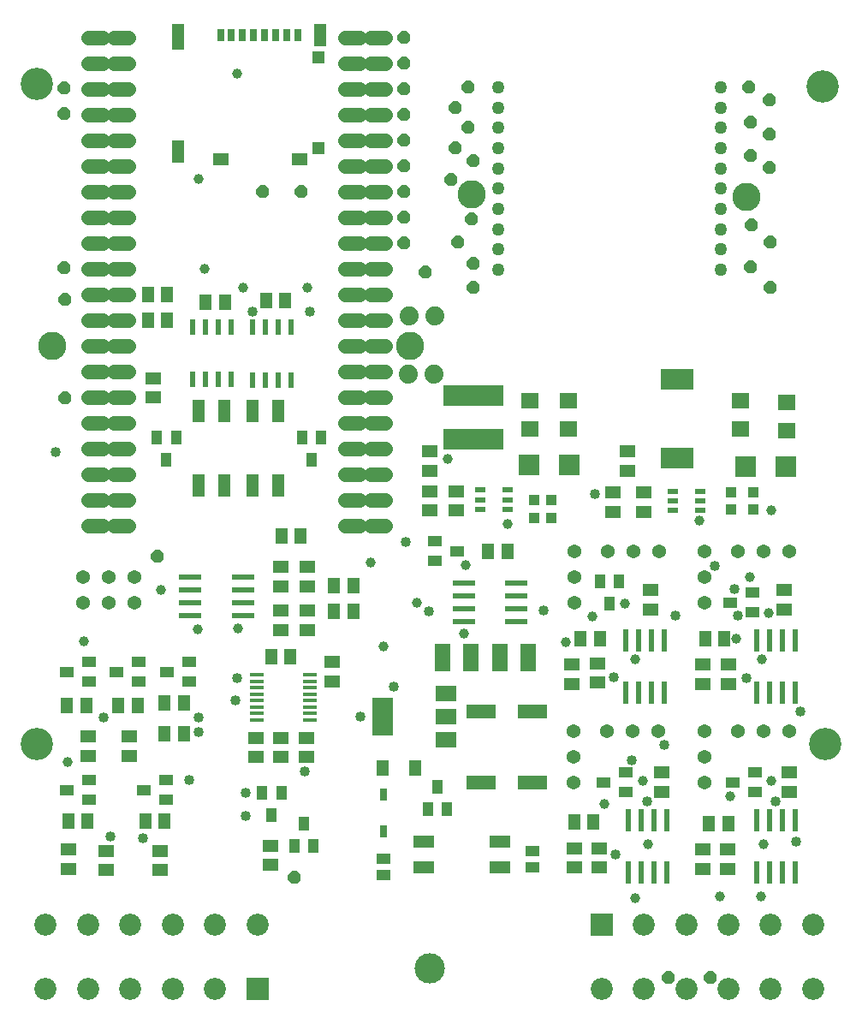
<source format=gts>
G75*
%MOIN*%
%OFA0B0*%
%FSLAX25Y25*%
%IPPOS*%
%LPD*%
%AMOC8*
5,1,8,0,0,1.08239X$1,22.5*
%
%ADD10C,0.11024*%
%ADD11C,0.12598*%
%ADD12C,0.11811*%
%ADD13C,0.08600*%
%ADD14R,0.08600X0.08600*%
%ADD15C,0.05000*%
%ADD16R,0.02362X0.08661*%
%ADD17R,0.02362X0.06299*%
%ADD18R,0.08661X0.02362*%
%ADD19R,0.03150X0.04882*%
%ADD20R,0.04528X0.09843*%
%ADD21R,0.04528X0.08661*%
%ADD22R,0.04567X0.04921*%
%ADD23R,0.04567X0.04724*%
%ADD24R,0.05906X0.04528*%
%ADD25R,0.05118X0.05906*%
%ADD26C,0.05400*%
%ADD27R,0.05512X0.03937*%
%ADD28R,0.05906X0.05118*%
%ADD29C,0.07400*%
%ADD30R,0.03937X0.05512*%
%ADD31OC8,0.05000*%
%ADD32R,0.05300X0.01700*%
%ADD33R,0.04600X0.01300*%
%ADD34R,0.03937X0.02362*%
%ADD35R,0.07874X0.07874*%
%ADD36R,0.23622X0.07874*%
%ADD37R,0.12600X0.07900*%
%ADD38R,0.04331X0.03937*%
%ADD39R,0.03937X0.04331*%
%ADD40R,0.07087X0.06299*%
%ADD41R,0.04700X0.08700*%
%ADD42R,0.07874X0.05906*%
%ADD43R,0.07874X0.14961*%
%ADD44R,0.05000X0.06400*%
%ADD45R,0.07874X0.04724*%
%ADD46R,0.05200X0.04250*%
%ADD47R,0.11811X0.05512*%
%ADD48R,0.06299X0.10630*%
%ADD49C,0.05600*%
%ADD50R,0.02756X0.04724*%
%ADD51C,0.03962*%
%ADD52C,0.04000*%
D10*
X0108934Y0318834D03*
X0248334Y0318834D03*
X0272334Y0377834D03*
X0379334Y0376834D03*
D11*
X0408834Y0419834D03*
X0409834Y0163834D03*
X0102834Y0163834D03*
X0102834Y0420834D03*
D12*
X0255834Y0076197D03*
D13*
X0106307Y0068480D03*
X0122803Y0068480D03*
X0139299Y0068480D03*
X0155795Y0068480D03*
X0172291Y0068480D03*
X0172291Y0093480D03*
X0188787Y0093480D03*
X0155795Y0093480D03*
X0139299Y0093480D03*
X0122803Y0093480D03*
X0106307Y0093480D03*
X0322842Y0068480D03*
X0339299Y0068480D03*
X0355756Y0068480D03*
X0372212Y0068480D03*
X0388669Y0068480D03*
X0405126Y0068480D03*
X0405126Y0093480D03*
X0388669Y0093480D03*
X0372212Y0093480D03*
X0355756Y0093480D03*
X0339299Y0093480D03*
D14*
X0322842Y0093480D03*
X0188787Y0068480D03*
D15*
X0282685Y0348401D03*
X0282685Y0356275D03*
X0282685Y0364149D03*
X0282685Y0372023D03*
X0282685Y0379897D03*
X0282685Y0387771D03*
X0282685Y0395645D03*
X0282685Y0403519D03*
X0282685Y0411393D03*
X0282685Y0419267D03*
X0369299Y0419267D03*
X0369299Y0411393D03*
X0369299Y0403519D03*
X0369299Y0395645D03*
X0369299Y0387771D03*
X0369299Y0379897D03*
X0369299Y0372023D03*
X0369299Y0364149D03*
X0369299Y0356275D03*
X0369299Y0348401D03*
D16*
X0383334Y0204071D03*
X0388334Y0204071D03*
X0393334Y0204071D03*
X0398334Y0204071D03*
X0398334Y0183598D03*
X0393334Y0183598D03*
X0388334Y0183598D03*
X0383334Y0183598D03*
X0347334Y0183598D03*
X0342334Y0183598D03*
X0337334Y0183598D03*
X0332334Y0183598D03*
X0332334Y0204071D03*
X0337334Y0204071D03*
X0342334Y0204071D03*
X0347334Y0204071D03*
X0348334Y0134071D03*
X0343334Y0134071D03*
X0338334Y0134071D03*
X0333334Y0134071D03*
X0333334Y0113598D03*
X0338334Y0113598D03*
X0343334Y0113598D03*
X0348334Y0113598D03*
X0383334Y0113598D03*
X0388334Y0113598D03*
X0393334Y0113598D03*
X0398334Y0113598D03*
X0398334Y0134071D03*
X0393334Y0134071D03*
X0388334Y0134071D03*
X0383334Y0134071D03*
D17*
X0201752Y0305413D03*
X0196752Y0305413D03*
X0191752Y0305413D03*
X0186752Y0305413D03*
X0178602Y0305689D03*
X0173602Y0305689D03*
X0168602Y0305689D03*
X0163602Y0305689D03*
X0163602Y0326161D03*
X0168602Y0326161D03*
X0173602Y0326161D03*
X0178602Y0326161D03*
X0186752Y0325885D03*
X0191752Y0325885D03*
X0196752Y0325885D03*
X0201752Y0325885D03*
D18*
X0183071Y0228834D03*
X0183071Y0223834D03*
X0183071Y0218834D03*
X0183071Y0213834D03*
X0162598Y0213834D03*
X0162598Y0218834D03*
X0162598Y0223834D03*
X0162598Y0228834D03*
X0269098Y0226334D03*
X0269098Y0221334D03*
X0269098Y0216334D03*
X0269098Y0211334D03*
X0289571Y0211334D03*
X0289571Y0216334D03*
X0289571Y0221334D03*
X0289571Y0226334D03*
D19*
X0204693Y0439535D03*
X0200362Y0439535D03*
X0196031Y0439535D03*
X0191700Y0439535D03*
X0187370Y0439535D03*
X0183039Y0439535D03*
X0178708Y0439535D03*
X0174378Y0439535D03*
D20*
X0157803Y0439043D03*
D21*
X0157803Y0394437D03*
X0213241Y0439634D03*
D22*
X0212527Y0431169D03*
D23*
X0212527Y0395736D03*
D24*
X0205283Y0391405D03*
X0174653Y0391405D03*
D25*
X0153574Y0338834D03*
X0146094Y0338834D03*
X0146094Y0328834D03*
X0153574Y0328834D03*
X0168594Y0335834D03*
X0176074Y0335834D03*
X0192094Y0336334D03*
X0199574Y0336334D03*
X0198094Y0244834D03*
X0205574Y0244834D03*
X0218594Y0225334D03*
X0226074Y0225334D03*
X0226074Y0215334D03*
X0218594Y0215334D03*
X0201574Y0197834D03*
X0194094Y0197834D03*
X0160074Y0179834D03*
X0152594Y0179834D03*
X0152594Y0167834D03*
X0160074Y0167834D03*
X0142074Y0178834D03*
X0134594Y0178834D03*
X0122074Y0178834D03*
X0114594Y0178834D03*
X0115094Y0133834D03*
X0122574Y0133834D03*
X0145094Y0133834D03*
X0152574Y0133834D03*
X0278594Y0238834D03*
X0286074Y0238834D03*
X0314594Y0204834D03*
X0322074Y0204834D03*
X0363094Y0204834D03*
X0370574Y0204834D03*
X0372074Y0132834D03*
X0364594Y0132834D03*
X0319574Y0133334D03*
X0312094Y0133334D03*
D26*
X0311834Y0148834D03*
X0311834Y0158834D03*
X0311834Y0168834D03*
X0324834Y0168834D03*
X0334834Y0168834D03*
X0344834Y0168834D03*
X0362834Y0168834D03*
X0362834Y0158834D03*
X0362834Y0148834D03*
X0375834Y0168834D03*
X0385834Y0168834D03*
X0395834Y0168834D03*
X0362834Y0218834D03*
X0362834Y0228834D03*
X0362834Y0238834D03*
X0375834Y0238834D03*
X0385834Y0238834D03*
X0395834Y0238834D03*
X0345334Y0238834D03*
X0335334Y0238834D03*
X0325334Y0238834D03*
X0312334Y0238834D03*
X0312334Y0228834D03*
X0312334Y0218834D03*
X0140834Y0218834D03*
X0130834Y0218834D03*
X0120834Y0218834D03*
X0120834Y0228834D03*
X0130834Y0228834D03*
X0140834Y0228834D03*
D27*
X0142665Y0195574D03*
X0142665Y0188094D03*
X0134004Y0191834D03*
X0123165Y0188094D03*
X0114504Y0191834D03*
X0123165Y0195574D03*
X0153504Y0191834D03*
X0162165Y0188094D03*
X0162165Y0195574D03*
X0153165Y0149574D03*
X0153165Y0142094D03*
X0144504Y0145834D03*
X0123165Y0142094D03*
X0114504Y0145834D03*
X0123165Y0149574D03*
X0258004Y0235094D03*
X0258004Y0242574D03*
X0266665Y0238834D03*
X0332165Y0152574D03*
X0323504Y0148834D03*
X0332165Y0145094D03*
X0374004Y0148834D03*
X0382665Y0145094D03*
X0382665Y0152574D03*
X0381665Y0215094D03*
X0381665Y0222574D03*
X0373004Y0218834D03*
D28*
X0393834Y0216094D03*
X0393834Y0223574D03*
X0372334Y0194574D03*
X0372334Y0187094D03*
X0362334Y0187094D03*
X0362334Y0194574D03*
X0341834Y0216094D03*
X0341834Y0223574D03*
X0339334Y0254094D03*
X0339334Y0261574D03*
X0332834Y0270094D03*
X0332834Y0277574D03*
X0327334Y0261574D03*
X0327334Y0254094D03*
X0321334Y0195074D03*
X0321334Y0187594D03*
X0311334Y0187094D03*
X0311334Y0194574D03*
X0346334Y0152574D03*
X0346334Y0145094D03*
X0362334Y0122574D03*
X0362334Y0115094D03*
X0371834Y0115094D03*
X0371834Y0122574D03*
X0395834Y0145094D03*
X0395834Y0152574D03*
X0321834Y0123074D03*
X0321834Y0115594D03*
X0312334Y0115594D03*
X0312334Y0123074D03*
X0217834Y0188094D03*
X0217834Y0195574D03*
X0208334Y0208094D03*
X0208334Y0215574D03*
X0208334Y0225094D03*
X0208334Y0232574D03*
X0197834Y0232574D03*
X0197834Y0225094D03*
X0197834Y0215574D03*
X0197834Y0208094D03*
X0197834Y0166074D03*
X0197834Y0158594D03*
X0188334Y0158594D03*
X0188334Y0166074D03*
X0207834Y0166074D03*
X0207834Y0158594D03*
X0193834Y0124074D03*
X0193834Y0116594D03*
X0150834Y0114594D03*
X0150834Y0122074D03*
X0129834Y0122074D03*
X0129834Y0114594D03*
X0115334Y0115094D03*
X0115334Y0122574D03*
X0122834Y0159094D03*
X0122834Y0166574D03*
X0138834Y0166574D03*
X0138834Y0159094D03*
X0255834Y0254594D03*
X0255834Y0262074D03*
X0255834Y0270094D03*
X0255834Y0277574D03*
X0266334Y0262074D03*
X0266334Y0254594D03*
X0148334Y0298594D03*
X0148334Y0306074D03*
D29*
X0247534Y0307834D03*
X0257534Y0307834D03*
X0257834Y0330334D03*
X0247834Y0330334D03*
D30*
X0213574Y0283165D03*
X0206094Y0283165D03*
X0209834Y0274504D03*
X0157074Y0283165D03*
X0149594Y0283165D03*
X0153334Y0274504D03*
X0258834Y0147165D03*
X0255094Y0138504D03*
X0262574Y0138504D03*
X0210574Y0124004D03*
X0206834Y0132665D03*
X0203094Y0124004D03*
X0194334Y0136004D03*
X0190594Y0144665D03*
X0198074Y0144665D03*
X0322094Y0227165D03*
X0325834Y0218504D03*
X0329574Y0227165D03*
D31*
X0272740Y0341401D03*
X0272795Y0350775D03*
X0266740Y0359149D03*
X0272295Y0368023D03*
X0264240Y0383397D03*
X0272795Y0390771D03*
X0265740Y0395645D03*
X0270795Y0403519D03*
X0265740Y0411433D03*
X0270795Y0419274D03*
X0245834Y0418834D03*
X0245834Y0408834D03*
X0245834Y0398834D03*
X0245834Y0388834D03*
X0245834Y0378834D03*
X0245834Y0368834D03*
X0245834Y0358834D03*
X0254334Y0347334D03*
X0205834Y0378834D03*
X0190834Y0378834D03*
X0245834Y0428834D03*
X0245834Y0438834D03*
X0113504Y0418882D03*
X0113504Y0408882D03*
X0113504Y0348882D03*
X0113834Y0336834D03*
X0113756Y0298267D03*
X0149834Y0236834D03*
X0203334Y0111834D03*
X0348834Y0072834D03*
X0365334Y0072834D03*
X0388586Y0341401D03*
X0380744Y0349275D03*
X0388578Y0359149D03*
X0381244Y0365531D03*
X0388078Y0387889D03*
X0380744Y0392756D03*
X0388086Y0401137D03*
X0380744Y0405559D03*
X0388086Y0414393D03*
X0380244Y0419267D03*
D32*
X0209084Y0190584D03*
X0209084Y0188084D03*
X0209084Y0185584D03*
X0209084Y0183084D03*
X0209084Y0180584D03*
X0209084Y0178084D03*
X0209084Y0175584D03*
X0209084Y0173084D03*
X0188584Y0173084D03*
X0188584Y0175584D03*
X0188584Y0178084D03*
X0188584Y0180584D03*
X0188584Y0183084D03*
X0188584Y0185584D03*
X0188584Y0188084D03*
X0188584Y0190584D03*
D33*
X0188634Y0190584D03*
X0188634Y0188084D03*
X0188634Y0185584D03*
X0188634Y0183084D03*
X0188634Y0180584D03*
X0188634Y0178084D03*
X0188634Y0175584D03*
X0188634Y0173084D03*
X0209034Y0173084D03*
X0209034Y0175584D03*
X0209034Y0178084D03*
X0209034Y0180584D03*
X0209034Y0183084D03*
X0209034Y0185584D03*
X0209034Y0188084D03*
X0209034Y0190584D03*
D34*
X0275421Y0255094D03*
X0275421Y0258834D03*
X0275421Y0262574D03*
X0286248Y0262574D03*
X0286248Y0258834D03*
X0286248Y0255094D03*
X0350421Y0254594D03*
X0350421Y0258334D03*
X0350421Y0262074D03*
X0361248Y0262074D03*
X0361248Y0258334D03*
X0361248Y0254594D03*
D35*
X0378960Y0271834D03*
X0394708Y0271834D03*
X0310208Y0272334D03*
X0294460Y0272334D03*
D36*
X0272834Y0282370D03*
X0272834Y0299299D03*
D37*
X0352334Y0305684D03*
X0352334Y0274984D03*
D38*
X0303181Y0258834D03*
X0296488Y0258834D03*
X0296488Y0251834D03*
X0303181Y0251834D03*
D39*
X0373334Y0254988D03*
X0373334Y0261681D03*
X0381834Y0261681D03*
X0381834Y0254988D03*
D40*
X0376834Y0286323D03*
X0376834Y0297346D03*
X0394834Y0296846D03*
X0394834Y0285823D03*
X0309834Y0286323D03*
X0309834Y0297346D03*
X0294834Y0297346D03*
X0294834Y0286323D03*
D41*
X0196784Y0293384D03*
X0186884Y0293384D03*
X0175784Y0293384D03*
X0165884Y0293384D03*
X0165884Y0264284D03*
X0175784Y0264284D03*
X0186884Y0264284D03*
X0196784Y0264284D03*
D42*
X0262236Y0183389D03*
X0262236Y0174334D03*
X0262236Y0165279D03*
D43*
X0237433Y0174334D03*
D44*
X0237584Y0154334D03*
X0250084Y0154334D03*
D45*
X0253571Y0125834D03*
X0253571Y0115834D03*
X0283098Y0115834D03*
X0283098Y0125834D03*
D46*
X0295834Y0121959D03*
X0295834Y0115709D03*
X0237834Y0112709D03*
X0237834Y0118959D03*
D47*
X0275834Y0148834D03*
X0295834Y0148834D03*
X0295834Y0176334D03*
X0275834Y0176334D03*
D48*
X0271846Y0197334D03*
X0283323Y0197334D03*
X0294346Y0197334D03*
X0260823Y0197334D03*
D49*
X0238634Y0248834D02*
X0233034Y0248834D01*
X0228634Y0248834D02*
X0223034Y0248834D01*
X0223034Y0258834D02*
X0228634Y0258834D01*
X0233034Y0258834D02*
X0238634Y0258834D01*
X0238634Y0268834D02*
X0233034Y0268834D01*
X0228634Y0268834D02*
X0223034Y0268834D01*
X0223034Y0278834D02*
X0228634Y0278834D01*
X0233034Y0278834D02*
X0238634Y0278834D01*
X0238634Y0288834D02*
X0233034Y0288834D01*
X0228634Y0288834D02*
X0223034Y0288834D01*
X0223034Y0298834D02*
X0228634Y0298834D01*
X0233034Y0298834D02*
X0238634Y0298834D01*
X0238634Y0308834D02*
X0233034Y0308834D01*
X0228634Y0308834D02*
X0223034Y0308834D01*
X0223034Y0318834D02*
X0228634Y0318834D01*
X0233034Y0318834D02*
X0238634Y0318834D01*
X0238634Y0328834D02*
X0233034Y0328834D01*
X0228634Y0328834D02*
X0223034Y0328834D01*
X0223034Y0338834D02*
X0228634Y0338834D01*
X0233034Y0338834D02*
X0238634Y0338834D01*
X0238634Y0348834D02*
X0233034Y0348834D01*
X0228634Y0348834D02*
X0223034Y0348834D01*
X0223034Y0358834D02*
X0228634Y0358834D01*
X0233034Y0358834D02*
X0238634Y0358834D01*
X0238634Y0368834D02*
X0233034Y0368834D01*
X0228634Y0368834D02*
X0223034Y0368834D01*
X0223034Y0378834D02*
X0228634Y0378834D01*
X0233034Y0378834D02*
X0238634Y0378834D01*
X0238634Y0388834D02*
X0233034Y0388834D01*
X0228634Y0388834D02*
X0223034Y0388834D01*
X0223034Y0398834D02*
X0228634Y0398834D01*
X0233034Y0398834D02*
X0238634Y0398834D01*
X0238634Y0408834D02*
X0233034Y0408834D01*
X0228634Y0408834D02*
X0223034Y0408834D01*
X0223034Y0418834D02*
X0228634Y0418834D01*
X0233034Y0418834D02*
X0238634Y0418834D01*
X0238634Y0428834D02*
X0233034Y0428834D01*
X0228634Y0428834D02*
X0223034Y0428834D01*
X0223034Y0438834D02*
X0228634Y0438834D01*
X0233034Y0438834D02*
X0238634Y0438834D01*
X0138634Y0438834D02*
X0133034Y0438834D01*
X0128634Y0438834D02*
X0123034Y0438834D01*
X0123034Y0428834D02*
X0128634Y0428834D01*
X0133034Y0428834D02*
X0138634Y0428834D01*
X0138634Y0418834D02*
X0133034Y0418834D01*
X0128634Y0418834D02*
X0123034Y0418834D01*
X0123034Y0408834D02*
X0128634Y0408834D01*
X0133034Y0408834D02*
X0138634Y0408834D01*
X0138634Y0398834D02*
X0133034Y0398834D01*
X0128634Y0398834D02*
X0123034Y0398834D01*
X0123034Y0388834D02*
X0128634Y0388834D01*
X0133034Y0388834D02*
X0138634Y0388834D01*
X0138634Y0378834D02*
X0133034Y0378834D01*
X0128634Y0378834D02*
X0123034Y0378834D01*
X0123034Y0368834D02*
X0128634Y0368834D01*
X0133034Y0368834D02*
X0138634Y0368834D01*
X0138634Y0358834D02*
X0133034Y0358834D01*
X0128634Y0358834D02*
X0123034Y0358834D01*
X0123034Y0348834D02*
X0128634Y0348834D01*
X0133034Y0348834D02*
X0138634Y0348834D01*
X0138634Y0338834D02*
X0133034Y0338834D01*
X0128634Y0338834D02*
X0123034Y0338834D01*
X0123034Y0328834D02*
X0128634Y0328834D01*
X0133034Y0328834D02*
X0138634Y0328834D01*
X0138634Y0318834D02*
X0133034Y0318834D01*
X0128634Y0318834D02*
X0123034Y0318834D01*
X0123034Y0308834D02*
X0128634Y0308834D01*
X0133034Y0308834D02*
X0138634Y0308834D01*
X0138634Y0298834D02*
X0133034Y0298834D01*
X0128634Y0298834D02*
X0123034Y0298834D01*
X0123034Y0288834D02*
X0128634Y0288834D01*
X0133034Y0288834D02*
X0138634Y0288834D01*
X0138634Y0278834D02*
X0133034Y0278834D01*
X0128634Y0278834D02*
X0123034Y0278834D01*
X0123034Y0268834D02*
X0128634Y0268834D01*
X0133034Y0268834D02*
X0138634Y0268834D01*
X0138634Y0258834D02*
X0133034Y0258834D01*
X0128634Y0258834D02*
X0123034Y0258834D01*
X0123034Y0248834D02*
X0128634Y0248834D01*
X0133034Y0248834D02*
X0138634Y0248834D01*
D50*
X0237834Y0144118D03*
X0237834Y0129551D03*
D51*
X0237834Y0201834D03*
X0250834Y0218834D03*
X0232834Y0234334D03*
X0269834Y0233334D03*
X0286248Y0249248D03*
X0262834Y0274834D03*
X0319334Y0213334D03*
X0331834Y0218334D03*
X0335834Y0196834D03*
X0308834Y0203334D03*
X0269334Y0206834D03*
X0323834Y0140334D03*
X0338834Y0149334D03*
X0340834Y0124834D03*
X0335834Y0103834D03*
X0368834Y0104334D03*
X0384834Y0104334D03*
X0385834Y0124834D03*
X0372834Y0143334D03*
X0388834Y0149334D03*
X0385334Y0196834D03*
X0375334Y0204834D03*
X0387834Y0214834D03*
X0380634Y0228584D03*
X0388834Y0254834D03*
X0360834Y0250834D03*
X0208334Y0341334D03*
X0183334Y0341334D03*
X0168334Y0348834D03*
X0165834Y0383834D03*
X0180834Y0424834D03*
X0151334Y0223834D03*
X0165634Y0208434D03*
X0181334Y0208834D03*
X0121334Y0203834D03*
X0114834Y0156834D03*
D52*
X0128934Y0174034D03*
X0165784Y0174034D03*
X0165784Y0168184D03*
X0180234Y0180784D03*
X0180734Y0189234D03*
X0207234Y0152884D03*
X0184234Y0144784D03*
X0184234Y0135784D03*
X0162084Y0149784D03*
X0144184Y0127034D03*
X0131634Y0127684D03*
X0228834Y0174484D03*
X0241884Y0185934D03*
X0255384Y0215434D03*
X0246384Y0242434D03*
X0300184Y0215584D03*
X0327384Y0189834D03*
X0347184Y0163234D03*
X0334584Y0157384D03*
X0340434Y0141184D03*
X0328284Y0120684D03*
X0390384Y0141184D03*
X0398484Y0125784D03*
X0400284Y0176284D03*
X0379134Y0189334D03*
X0375984Y0213634D03*
X0374634Y0223984D03*
X0366984Y0232984D03*
X0351684Y0213634D03*
X0320234Y0260884D03*
X0209334Y0331984D03*
X0186984Y0331984D03*
X0110184Y0277284D03*
M02*

</source>
